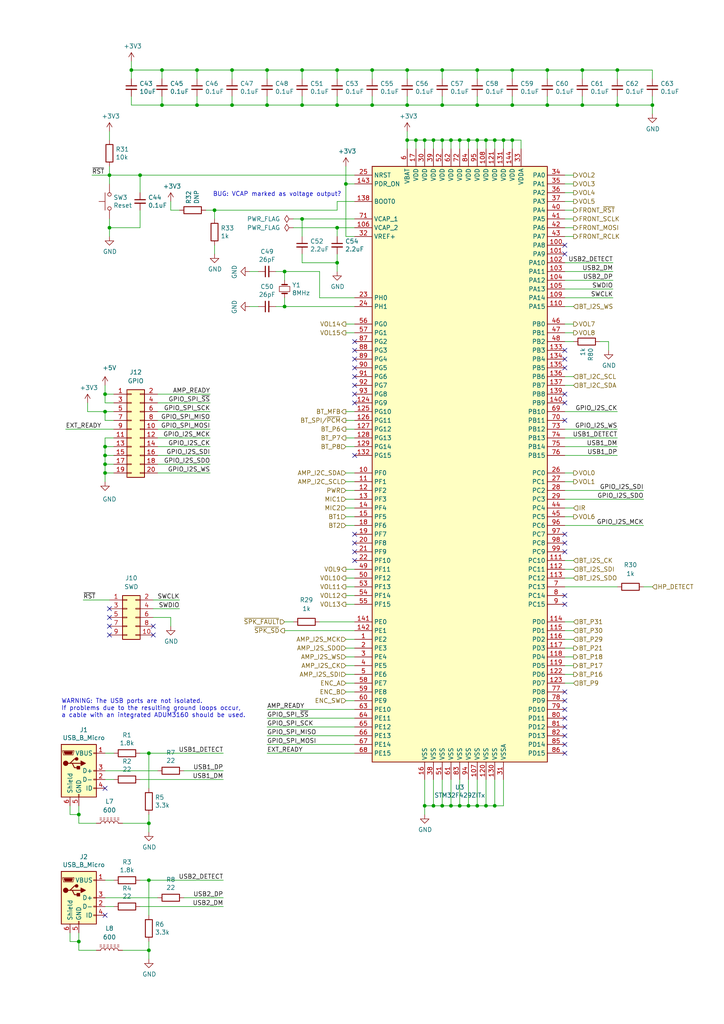
<source format=kicad_sch>
(kicad_sch (version 20201015) (generator eeschema)
  (paper "A4" portrait)
  (junction (at 22.86 236.22) (diameter 0.9144))
  (junction (at 22.86 273.05) (diameter 0.9144))
  (junction (at 30.48 114.3) (diameter 0.9144))
  (junction (at 30.48 119.38) (diameter 0.9144))
  (junction (at 30.48 129.54) (diameter 0.9144))
  (junction (at 30.48 132.08) (diameter 0.9144))
  (junction (at 30.48 134.62) (diameter 0.9144))
  (junction (at 30.48 137.16) (diameter 0.9144))
  (junction (at 31.75 50.8) (diameter 0.9144))
  (junction (at 31.75 66.04) (diameter 0.9144))
  (junction (at 38.1 20.32) (diameter 0.9144))
  (junction (at 40.64 50.8) (diameter 0.9144))
  (junction (at 43.18 218.44) (diameter 0.9144))
  (junction (at 43.18 238.76) (diameter 0.9144))
  (junction (at 43.18 255.27) (diameter 0.9144))
  (junction (at 43.18 275.59) (diameter 0.9144))
  (junction (at 46.99 20.32) (diameter 0.9144))
  (junction (at 46.99 30.48) (diameter 0.9144))
  (junction (at 57.15 20.32) (diameter 0.9144))
  (junction (at 57.15 30.48) (diameter 0.9144))
  (junction (at 62.23 60.96) (diameter 0.9144))
  (junction (at 67.31 20.32) (diameter 0.9144))
  (junction (at 67.31 30.48) (diameter 0.9144))
  (junction (at 77.47 20.32) (diameter 0.9144))
  (junction (at 77.47 30.48) (diameter 0.9144))
  (junction (at 82.55 78.74) (diameter 0.9144))
  (junction (at 82.55 88.9) (diameter 0.9144))
  (junction (at 87.63 20.32) (diameter 0.9144))
  (junction (at 87.63 30.48) (diameter 0.9144))
  (junction (at 87.63 63.5) (diameter 0.9144))
  (junction (at 97.79 20.32) (diameter 0.9144))
  (junction (at 97.79 30.48) (diameter 0.9144))
  (junction (at 97.79 66.04) (diameter 0.9144))
  (junction (at 97.79 76.2) (diameter 0.9144))
  (junction (at 100.33 53.34) (diameter 0.9144))
  (junction (at 107.95 20.32) (diameter 0.9144))
  (junction (at 107.95 30.48) (diameter 0.9144))
  (junction (at 118.11 20.32) (diameter 0.9144))
  (junction (at 118.11 30.48) (diameter 0.9144))
  (junction (at 118.11 40.64) (diameter 0.9144))
  (junction (at 120.65 40.64) (diameter 0.9144))
  (junction (at 123.19 40.64) (diameter 0.9144))
  (junction (at 123.19 233.68) (diameter 0.9144))
  (junction (at 125.73 40.64) (diameter 0.9144))
  (junction (at 125.73 233.68) (diameter 0.9144))
  (junction (at 128.27 20.32) (diameter 0.9144))
  (junction (at 128.27 30.48) (diameter 0.9144))
  (junction (at 128.27 40.64) (diameter 0.9144))
  (junction (at 128.27 233.68) (diameter 0.9144))
  (junction (at 130.81 40.64) (diameter 0.9144))
  (junction (at 130.81 233.68) (diameter 0.9144))
  (junction (at 133.35 40.64) (diameter 0.9144))
  (junction (at 133.35 233.68) (diameter 0.9144))
  (junction (at 135.89 40.64) (diameter 0.9144))
  (junction (at 135.89 233.68) (diameter 0.9144))
  (junction (at 138.43 20.32) (diameter 0.9144))
  (junction (at 138.43 30.48) (diameter 0.9144))
  (junction (at 138.43 40.64) (diameter 0.9144))
  (junction (at 138.43 233.68) (diameter 0.9144))
  (junction (at 140.97 40.64) (diameter 0.9144))
  (junction (at 140.97 233.68) (diameter 0.9144))
  (junction (at 143.51 40.64) (diameter 0.9144))
  (junction (at 143.51 233.68) (diameter 0.9144))
  (junction (at 146.05 40.64) (diameter 0.9144))
  (junction (at 148.59 20.32) (diameter 0.9144))
  (junction (at 148.59 30.48) (diameter 0.9144))
  (junction (at 148.59 40.64) (diameter 0.9144))
  (junction (at 158.75 20.32) (diameter 0.9144))
  (junction (at 158.75 30.48) (diameter 0.9144))
  (junction (at 168.91 20.32) (diameter 0.9144))
  (junction (at 168.91 30.48) (diameter 0.9144))
  (junction (at 179.07 20.32) (diameter 0.9144))
  (junction (at 179.07 30.48) (diameter 0.9144))
  (junction (at 189.23 30.48) (diameter 0.9144))
  (no_connect (at 163.83 210.82))
  (no_connect (at 163.83 106.68))
  (no_connect (at 31.75 179.07))
  (no_connect (at 163.83 175.26))
  (no_connect (at 102.87 99.06))
  (no_connect (at 163.83 172.72))
  (no_connect (at 31.75 184.15))
  (no_connect (at 30.48 228.6))
  (no_connect (at 163.83 71.12))
  (no_connect (at 102.87 109.22))
  (no_connect (at 102.87 116.84))
  (no_connect (at 163.83 116.84))
  (no_connect (at 163.83 208.28))
  (no_connect (at 102.87 114.3))
  (no_connect (at 163.83 215.9))
  (no_connect (at 31.75 181.61))
  (no_connect (at 163.83 121.92))
  (no_connect (at 163.83 200.66))
  (no_connect (at 163.83 160.02))
  (no_connect (at 163.83 157.48))
  (no_connect (at 102.87 162.56))
  (no_connect (at 163.83 154.94))
  (no_connect (at 102.87 106.68))
  (no_connect (at 102.87 101.6))
  (no_connect (at 163.83 218.44))
  (no_connect (at 102.87 160.02))
  (no_connect (at 163.83 104.14))
  (no_connect (at 102.87 104.14))
  (no_connect (at 102.87 132.08))
  (no_connect (at 163.83 114.3))
  (no_connect (at 31.75 176.53))
  (no_connect (at 163.83 101.6))
  (no_connect (at 30.48 265.43))
  (no_connect (at 163.83 213.36))
  (no_connect (at 102.87 157.48))
  (no_connect (at 44.45 184.15))
  (no_connect (at 163.83 73.66))
  (no_connect (at 102.87 154.94))
  (no_connect (at 163.83 205.74))
  (no_connect (at 163.83 203.2))
  (no_connect (at 102.87 111.76))
  (no_connect (at 44.45 181.61))
  (wire (pts (xy 19.05 124.46) (xy 33.02 124.46)))
  (wire (pts (xy 20.32 233.68) (xy 20.32 236.22)))
  (wire (pts (xy 20.32 270.51) (xy 20.32 273.05)))
  (wire (pts (xy 22.86 233.68) (xy 22.86 236.22)))
  (wire (pts (xy 22.86 236.22) (xy 20.32 236.22)))
  (wire (pts (xy 22.86 236.22) (xy 22.86 238.76)))
  (wire (pts (xy 22.86 238.76) (xy 27.94 238.76)))
  (wire (pts (xy 22.86 270.51) (xy 22.86 273.05)))
  (wire (pts (xy 22.86 273.05) (xy 20.32 273.05)))
  (wire (pts (xy 22.86 275.59) (xy 22.86 273.05)))
  (wire (pts (xy 24.13 173.99) (xy 31.75 173.99)))
  (wire (pts (xy 25.4 116.84) (xy 25.4 119.38)))
  (wire (pts (xy 25.4 119.38) (xy 30.48 119.38)))
  (wire (pts (xy 26.67 50.8) (xy 31.75 50.8)))
  (wire (pts (xy 27.94 275.59) (xy 22.86 275.59)))
  (wire (pts (xy 30.48 111.76) (xy 30.48 114.3)))
  (wire (pts (xy 30.48 114.3) (xy 33.02 114.3)))
  (wire (pts (xy 30.48 116.84) (xy 30.48 114.3)))
  (wire (pts (xy 30.48 119.38) (xy 30.48 121.92)))
  (wire (pts (xy 30.48 119.38) (xy 33.02 119.38)))
  (wire (pts (xy 30.48 127) (xy 33.02 127)))
  (wire (pts (xy 30.48 129.54) (xy 30.48 127)))
  (wire (pts (xy 30.48 129.54) (xy 33.02 129.54)))
  (wire (pts (xy 30.48 132.08) (xy 30.48 129.54)))
  (wire (pts (xy 30.48 132.08) (xy 33.02 132.08)))
  (wire (pts (xy 30.48 134.62) (xy 30.48 132.08)))
  (wire (pts (xy 30.48 134.62) (xy 33.02 134.62)))
  (wire (pts (xy 30.48 137.16) (xy 30.48 134.62)))
  (wire (pts (xy 30.48 137.16) (xy 33.02 137.16)))
  (wire (pts (xy 30.48 139.7) (xy 30.48 137.16)))
  (wire (pts (xy 30.48 226.06) (xy 33.02 226.06)))
  (wire (pts (xy 30.48 262.89) (xy 33.02 262.89)))
  (wire (pts (xy 31.75 38.1) (xy 31.75 40.64)))
  (wire (pts (xy 31.75 48.26) (xy 31.75 50.8)))
  (wire (pts (xy 31.75 50.8) (xy 31.75 53.34)))
  (wire (pts (xy 31.75 63.5) (xy 31.75 66.04)))
  (wire (pts (xy 31.75 66.04) (xy 40.64 66.04)))
  (wire (pts (xy 31.75 68.58) (xy 31.75 66.04)))
  (wire (pts (xy 33.02 116.84) (xy 30.48 116.84)))
  (wire (pts (xy 33.02 121.92) (xy 30.48 121.92)))
  (wire (pts (xy 33.02 218.44) (xy 30.48 218.44)))
  (wire (pts (xy 33.02 255.27) (xy 30.48 255.27)))
  (wire (pts (xy 35.56 238.76) (xy 43.18 238.76)))
  (wire (pts (xy 35.56 275.59) (xy 43.18 275.59)))
  (wire (pts (xy 38.1 20.32) (xy 38.1 17.78)))
  (wire (pts (xy 38.1 20.32) (xy 38.1 22.86)))
  (wire (pts (xy 38.1 30.48) (xy 38.1 27.94)))
  (wire (pts (xy 40.64 50.8) (xy 31.75 50.8)))
  (wire (pts (xy 40.64 50.8) (xy 102.87 50.8)))
  (wire (pts (xy 40.64 55.88) (xy 40.64 50.8)))
  (wire (pts (xy 40.64 66.04) (xy 40.64 60.96)))
  (wire (pts (xy 40.64 226.06) (xy 64.77 226.06)))
  (wire (pts (xy 40.64 262.89) (xy 64.77 262.89)))
  (wire (pts (xy 43.18 218.44) (xy 40.64 218.44)))
  (wire (pts (xy 43.18 228.6) (xy 43.18 218.44)))
  (wire (pts (xy 43.18 236.22) (xy 43.18 238.76)))
  (wire (pts (xy 43.18 238.76) (xy 43.18 241.3)))
  (wire (pts (xy 43.18 255.27) (xy 40.64 255.27)))
  (wire (pts (xy 43.18 265.43) (xy 43.18 255.27)))
  (wire (pts (xy 43.18 273.05) (xy 43.18 275.59)))
  (wire (pts (xy 43.18 275.59) (xy 43.18 278.13)))
  (wire (pts (xy 44.45 173.99) (xy 52.07 173.99)))
  (wire (pts (xy 44.45 176.53) (xy 52.07 176.53)))
  (wire (pts (xy 45.72 114.3) (xy 60.96 114.3)))
  (wire (pts (xy 45.72 116.84) (xy 60.96 116.84)))
  (wire (pts (xy 45.72 119.38) (xy 60.96 119.38)))
  (wire (pts (xy 45.72 121.92) (xy 60.96 121.92)))
  (wire (pts (xy 45.72 124.46) (xy 60.96 124.46)))
  (wire (pts (xy 45.72 127) (xy 60.96 127)))
  (wire (pts (xy 45.72 129.54) (xy 60.96 129.54)))
  (wire (pts (xy 45.72 132.08) (xy 60.96 132.08)))
  (wire (pts (xy 45.72 134.62) (xy 60.96 134.62)))
  (wire (pts (xy 45.72 137.16) (xy 60.96 137.16)))
  (wire (pts (xy 45.72 223.52) (xy 30.48 223.52)))
  (wire (pts (xy 45.72 260.35) (xy 30.48 260.35)))
  (wire (pts (xy 46.99 20.32) (xy 38.1 20.32)))
  (wire (pts (xy 46.99 20.32) (xy 46.99 22.86)))
  (wire (pts (xy 46.99 20.32) (xy 57.15 20.32)))
  (wire (pts (xy 46.99 30.48) (xy 38.1 30.48)))
  (wire (pts (xy 46.99 30.48) (xy 46.99 27.94)))
  (wire (pts (xy 49.53 60.96) (xy 49.53 58.42)))
  (wire (pts (xy 49.53 179.07) (xy 44.45 179.07)))
  (wire (pts (xy 49.53 181.61) (xy 49.53 179.07)))
  (wire (pts (xy 52.07 60.96) (xy 49.53 60.96)))
  (wire (pts (xy 53.34 223.52) (xy 64.77 223.52)))
  (wire (pts (xy 53.34 260.35) (xy 64.77 260.35)))
  (wire (pts (xy 57.15 20.32) (xy 57.15 22.86)))
  (wire (pts (xy 57.15 20.32) (xy 67.31 20.32)))
  (wire (pts (xy 57.15 27.94) (xy 57.15 30.48)))
  (wire (pts (xy 57.15 30.48) (xy 46.99 30.48)))
  (wire (pts (xy 62.23 60.96) (xy 59.69 60.96)))
  (wire (pts (xy 62.23 60.96) (xy 62.23 63.5)))
  (wire (pts (xy 62.23 71.12) (xy 62.23 73.66)))
  (wire (pts (xy 64.77 218.44) (xy 43.18 218.44)))
  (wire (pts (xy 64.77 255.27) (xy 43.18 255.27)))
  (wire (pts (xy 67.31 20.32) (xy 67.31 22.86)))
  (wire (pts (xy 67.31 20.32) (xy 77.47 20.32)))
  (wire (pts (xy 67.31 27.94) (xy 67.31 30.48)))
  (wire (pts (xy 67.31 30.48) (xy 57.15 30.48)))
  (wire (pts (xy 72.39 78.74) (xy 74.93 78.74)))
  (wire (pts (xy 72.39 88.9) (xy 74.93 88.9)))
  (wire (pts (xy 77.47 20.32) (xy 77.47 22.86)))
  (wire (pts (xy 77.47 20.32) (xy 87.63 20.32)))
  (wire (pts (xy 77.47 27.94) (xy 77.47 30.48)))
  (wire (pts (xy 77.47 30.48) (xy 67.31 30.48)))
  (wire (pts (xy 77.47 218.44) (xy 102.87 218.44)))
  (wire (pts (xy 80.01 78.74) (xy 82.55 78.74)))
  (wire (pts (xy 80.01 88.9) (xy 82.55 88.9)))
  (wire (pts (xy 82.55 78.74) (xy 82.55 81.28)))
  (wire (pts (xy 82.55 86.36) (xy 82.55 88.9)))
  (wire (pts (xy 82.55 88.9) (xy 102.87 88.9)))
  (wire (pts (xy 82.55 180.34) (xy 85.09 180.34)))
  (wire (pts (xy 82.55 182.88) (xy 102.87 182.88)))
  (wire (pts (xy 85.09 63.5) (xy 87.63 63.5)))
  (wire (pts (xy 85.09 66.04) (xy 97.79 66.04)))
  (wire (pts (xy 87.63 20.32) (xy 87.63 22.86)))
  (wire (pts (xy 87.63 20.32) (xy 97.79 20.32)))
  (wire (pts (xy 87.63 27.94) (xy 87.63 30.48)))
  (wire (pts (xy 87.63 30.48) (xy 77.47 30.48)))
  (wire (pts (xy 87.63 63.5) (xy 87.63 68.58)))
  (wire (pts (xy 87.63 76.2) (xy 87.63 73.66)))
  (wire (pts (xy 92.71 78.74) (xy 82.55 78.74)))
  (wire (pts (xy 92.71 86.36) (xy 92.71 78.74)))
  (wire (pts (xy 92.71 180.34) (xy 102.87 180.34)))
  (wire (pts (xy 97.79 20.32) (xy 97.79 22.86)))
  (wire (pts (xy 97.79 20.32) (xy 107.95 20.32)))
  (wire (pts (xy 97.79 27.94) (xy 97.79 30.48)))
  (wire (pts (xy 97.79 30.48) (xy 87.63 30.48)))
  (wire (pts (xy 97.79 58.42) (xy 97.79 60.96)))
  (wire (pts (xy 97.79 60.96) (xy 62.23 60.96)))
  (wire (pts (xy 97.79 66.04) (xy 97.79 68.58)))
  (wire (pts (xy 97.79 73.66) (xy 97.79 76.2)))
  (wire (pts (xy 97.79 76.2) (xy 87.63 76.2)))
  (wire (pts (xy 97.79 76.2) (xy 97.79 78.74)))
  (wire (pts (xy 100.33 48.26) (xy 100.33 53.34)))
  (wire (pts (xy 100.33 53.34) (xy 100.33 68.58)))
  (wire (pts (xy 100.33 53.34) (xy 102.87 53.34)))
  (wire (pts (xy 100.33 68.58) (xy 102.87 68.58)))
  (wire (pts (xy 100.33 93.98) (xy 102.87 93.98)))
  (wire (pts (xy 100.33 96.52) (xy 102.87 96.52)))
  (wire (pts (xy 100.33 119.38) (xy 102.87 119.38)))
  (wire (pts (xy 100.33 121.92) (xy 102.87 121.92)))
  (wire (pts (xy 100.33 124.46) (xy 102.87 124.46)))
  (wire (pts (xy 100.33 127) (xy 102.87 127)))
  (wire (pts (xy 100.33 129.54) (xy 102.87 129.54)))
  (wire (pts (xy 100.33 139.7) (xy 102.87 139.7)))
  (wire (pts (xy 100.33 165.1) (xy 102.87 165.1)))
  (wire (pts (xy 100.33 167.64) (xy 102.87 167.64)))
  (wire (pts (xy 100.33 170.18) (xy 102.87 170.18)))
  (wire (pts (xy 100.33 172.72) (xy 102.87 172.72)))
  (wire (pts (xy 100.33 175.26) (xy 102.87 175.26)))
  (wire (pts (xy 100.33 185.42) (xy 102.87 185.42)))
  (wire (pts (xy 100.33 190.5) (xy 102.87 190.5)))
  (wire (pts (xy 100.33 195.58) (xy 102.87 195.58)))
  (wire (pts (xy 102.87 58.42) (xy 97.79 58.42)))
  (wire (pts (xy 102.87 63.5) (xy 87.63 63.5)))
  (wire (pts (xy 102.87 66.04) (xy 97.79 66.04)))
  (wire (pts (xy 102.87 86.36) (xy 92.71 86.36)))
  (wire (pts (xy 102.87 137.16) (xy 100.33 137.16)))
  (wire (pts (xy 102.87 142.24) (xy 100.33 142.24)))
  (wire (pts (xy 102.87 144.78) (xy 100.33 144.78)))
  (wire (pts (xy 102.87 147.32) (xy 100.33 147.32)))
  (wire (pts (xy 102.87 149.86) (xy 100.33 149.86)))
  (wire (pts (xy 102.87 152.4) (xy 100.33 152.4)))
  (wire (pts (xy 102.87 187.96) (xy 100.33 187.96)))
  (wire (pts (xy 102.87 193.04) (xy 100.33 193.04)))
  (wire (pts (xy 102.87 198.12) (xy 100.33 198.12)))
  (wire (pts (xy 102.87 200.66) (xy 100.33 200.66)))
  (wire (pts (xy 102.87 203.2) (xy 100.33 203.2)))
  (wire (pts (xy 102.87 205.74) (xy 77.47 205.74)))
  (wire (pts (xy 102.87 208.28) (xy 77.47 208.28)))
  (wire (pts (xy 102.87 210.82) (xy 77.47 210.82)))
  (wire (pts (xy 102.87 213.36) (xy 77.47 213.36)))
  (wire (pts (xy 102.87 215.9) (xy 77.47 215.9)))
  (wire (pts (xy 107.95 20.32) (xy 107.95 22.86)))
  (wire (pts (xy 107.95 20.32) (xy 118.11 20.32)))
  (wire (pts (xy 107.95 27.94) (xy 107.95 30.48)))
  (wire (pts (xy 107.95 30.48) (xy 97.79 30.48)))
  (wire (pts (xy 118.11 20.32) (xy 118.11 22.86)))
  (wire (pts (xy 118.11 20.32) (xy 128.27 20.32)))
  (wire (pts (xy 118.11 27.94) (xy 118.11 30.48)))
  (wire (pts (xy 118.11 30.48) (xy 107.95 30.48)))
  (wire (pts (xy 118.11 38.1) (xy 118.11 40.64)))
  (wire (pts (xy 118.11 40.64) (xy 118.11 43.18)))
  (wire (pts (xy 120.65 40.64) (xy 118.11 40.64)))
  (wire (pts (xy 120.65 43.18) (xy 120.65 40.64)))
  (wire (pts (xy 123.19 40.64) (xy 120.65 40.64)))
  (wire (pts (xy 123.19 43.18) (xy 123.19 40.64)))
  (wire (pts (xy 123.19 226.06) (xy 123.19 233.68)))
  (wire (pts (xy 123.19 233.68) (xy 123.19 236.22)))
  (wire (pts (xy 123.19 233.68) (xy 125.73 233.68)))
  (wire (pts (xy 125.73 40.64) (xy 123.19 40.64)))
  (wire (pts (xy 125.73 43.18) (xy 125.73 40.64)))
  (wire (pts (xy 125.73 226.06) (xy 125.73 233.68)))
  (wire (pts (xy 125.73 233.68) (xy 128.27 233.68)))
  (wire (pts (xy 128.27 20.32) (xy 128.27 22.86)))
  (wire (pts (xy 128.27 20.32) (xy 138.43 20.32)))
  (wire (pts (xy 128.27 27.94) (xy 128.27 30.48)))
  (wire (pts (xy 128.27 30.48) (xy 118.11 30.48)))
  (wire (pts (xy 128.27 40.64) (xy 125.73 40.64)))
  (wire (pts (xy 128.27 43.18) (xy 128.27 40.64)))
  (wire (pts (xy 128.27 226.06) (xy 128.27 233.68)))
  (wire (pts (xy 128.27 233.68) (xy 130.81 233.68)))
  (wire (pts (xy 130.81 40.64) (xy 128.27 40.64)))
  (wire (pts (xy 130.81 43.18) (xy 130.81 40.64)))
  (wire (pts (xy 130.81 226.06) (xy 130.81 233.68)))
  (wire (pts (xy 130.81 233.68) (xy 133.35 233.68)))
  (wire (pts (xy 133.35 40.64) (xy 130.81 40.64)))
  (wire (pts (xy 133.35 43.18) (xy 133.35 40.64)))
  (wire (pts (xy 133.35 226.06) (xy 133.35 233.68)))
  (wire (pts (xy 133.35 233.68) (xy 135.89 233.68)))
  (wire (pts (xy 135.89 40.64) (xy 133.35 40.64)))
  (wire (pts (xy 135.89 43.18) (xy 135.89 40.64)))
  (wire (pts (xy 135.89 226.06) (xy 135.89 233.68)))
  (wire (pts (xy 135.89 233.68) (xy 138.43 233.68)))
  (wire (pts (xy 138.43 20.32) (xy 138.43 22.86)))
  (wire (pts (xy 138.43 20.32) (xy 148.59 20.32)))
  (wire (pts (xy 138.43 27.94) (xy 138.43 30.48)))
  (wire (pts (xy 138.43 30.48) (xy 128.27 30.48)))
  (wire (pts (xy 138.43 40.64) (xy 135.89 40.64)))
  (wire (pts (xy 138.43 43.18) (xy 138.43 40.64)))
  (wire (pts (xy 138.43 226.06) (xy 138.43 233.68)))
  (wire (pts (xy 138.43 233.68) (xy 140.97 233.68)))
  (wire (pts (xy 140.97 40.64) (xy 138.43 40.64)))
  (wire (pts (xy 140.97 43.18) (xy 140.97 40.64)))
  (wire (pts (xy 140.97 233.68) (xy 140.97 226.06)))
  (wire (pts (xy 140.97 233.68) (xy 143.51 233.68)))
  (wire (pts (xy 143.51 40.64) (xy 140.97 40.64)))
  (wire (pts (xy 143.51 43.18) (xy 143.51 40.64)))
  (wire (pts (xy 143.51 226.06) (xy 143.51 233.68)))
  (wire (pts (xy 143.51 233.68) (xy 146.05 233.68)))
  (wire (pts (xy 146.05 40.64) (xy 143.51 40.64)))
  (wire (pts (xy 146.05 43.18) (xy 146.05 40.64)))
  (wire (pts (xy 146.05 233.68) (xy 146.05 226.06)))
  (wire (pts (xy 148.59 20.32) (xy 148.59 22.86)))
  (wire (pts (xy 148.59 20.32) (xy 158.75 20.32)))
  (wire (pts (xy 148.59 27.94) (xy 148.59 30.48)))
  (wire (pts (xy 148.59 30.48) (xy 138.43 30.48)))
  (wire (pts (xy 148.59 40.64) (xy 146.05 40.64)))
  (wire (pts (xy 148.59 43.18) (xy 148.59 40.64)))
  (wire (pts (xy 151.13 40.64) (xy 148.59 40.64)))
  (wire (pts (xy 151.13 43.18) (xy 151.13 40.64)))
  (wire (pts (xy 158.75 20.32) (xy 158.75 22.86)))
  (wire (pts (xy 158.75 20.32) (xy 168.91 20.32)))
  (wire (pts (xy 158.75 27.94) (xy 158.75 30.48)))
  (wire (pts (xy 158.75 30.48) (xy 148.59 30.48)))
  (wire (pts (xy 163.83 58.42) (xy 166.37 58.42)))
  (wire (pts (xy 163.83 83.82) (xy 177.8 83.82)))
  (wire (pts (xy 163.83 86.36) (xy 177.8 86.36)))
  (wire (pts (xy 163.83 93.98) (xy 166.37 93.98)))
  (wire (pts (xy 163.83 99.06) (xy 166.37 99.06)))
  (wire (pts (xy 163.83 111.76) (xy 166.37 111.76)))
  (wire (pts (xy 163.83 119.38) (xy 179.07 119.38)))
  (wire (pts (xy 163.83 124.46) (xy 179.07 124.46)))
  (wire (pts (xy 163.83 142.24) (xy 186.69 142.24)))
  (wire (pts (xy 163.83 144.78) (xy 186.69 144.78)))
  (wire (pts (xy 163.83 149.86) (xy 166.37 149.86)))
  (wire (pts (xy 163.83 152.4) (xy 186.69 152.4)))
  (wire (pts (xy 163.83 165.1) (xy 166.37 165.1)))
  (wire (pts (xy 163.83 180.34) (xy 166.37 180.34)))
  (wire (pts (xy 163.83 182.88) (xy 166.37 182.88)))
  (wire (pts (xy 163.83 185.42) (xy 166.37 185.42)))
  (wire (pts (xy 163.83 187.96) (xy 166.37 187.96)))
  (wire (pts (xy 163.83 190.5) (xy 166.37 190.5)))
  (wire (pts (xy 163.83 193.04) (xy 166.37 193.04)))
  (wire (pts (xy 163.83 195.58) (xy 166.37 195.58)))
  (wire (pts (xy 163.83 198.12) (xy 166.37 198.12)))
  (wire (pts (xy 166.37 50.8) (xy 163.83 50.8)))
  (wire (pts (xy 166.37 53.34) (xy 163.83 53.34)))
  (wire (pts (xy 166.37 55.88) (xy 163.83 55.88)))
  (wire (pts (xy 166.37 60.96) (xy 163.83 60.96)))
  (wire (pts (xy 166.37 63.5) (xy 163.83 63.5)))
  (wire (pts (xy 166.37 66.04) (xy 163.83 66.04)))
  (wire (pts (xy 166.37 68.58) (xy 163.83 68.58)))
  (wire (pts (xy 166.37 88.9) (xy 163.83 88.9)))
  (wire (pts (xy 166.37 96.52) (xy 163.83 96.52)))
  (wire (pts (xy 166.37 109.22) (xy 163.83 109.22)))
  (wire (pts (xy 166.37 137.16) (xy 163.83 137.16)))
  (wire (pts (xy 166.37 139.7) (xy 163.83 139.7)))
  (wire (pts (xy 166.37 147.32) (xy 163.83 147.32)))
  (wire (pts (xy 166.37 162.56) (xy 163.83 162.56)))
  (wire (pts (xy 166.37 167.64) (xy 163.83 167.64)))
  (wire (pts (xy 168.91 20.32) (xy 168.91 22.86)))
  (wire (pts (xy 168.91 20.32) (xy 179.07 20.32)))
  (wire (pts (xy 168.91 27.94) (xy 168.91 30.48)))
  (wire (pts (xy 168.91 30.48) (xy 158.75 30.48)))
  (wire (pts (xy 176.53 99.06) (xy 173.99 99.06)))
  (wire (pts (xy 176.53 101.6) (xy 176.53 99.06)))
  (wire (pts (xy 177.8 76.2) (xy 163.83 76.2)))
  (wire (pts (xy 177.8 78.74) (xy 163.83 78.74)))
  (wire (pts (xy 177.8 81.28) (xy 163.83 81.28)))
  (wire (pts (xy 179.07 20.32) (xy 179.07 22.86)))
  (wire (pts (xy 179.07 20.32) (xy 189.23 20.32)))
  (wire (pts (xy 179.07 27.94) (xy 179.07 30.48)))
  (wire (pts (xy 179.07 30.48) (xy 168.91 30.48)))
  (wire (pts (xy 179.07 127) (xy 163.83 127)))
  (wire (pts (xy 179.07 129.54) (xy 163.83 129.54)))
  (wire (pts (xy 179.07 132.08) (xy 163.83 132.08)))
  (wire (pts (xy 179.07 170.18) (xy 163.83 170.18)))
  (wire (pts (xy 189.23 20.32) (xy 189.23 22.86)))
  (wire (pts (xy 189.23 27.94) (xy 189.23 30.48)))
  (wire (pts (xy 189.23 30.48) (xy 179.07 30.48)))
  (wire (pts (xy 189.23 30.48) (xy 189.23 33.02)))
  (wire (pts (xy 189.23 170.18) (xy 186.69 170.18)))
  (text "WARNING: The USB ports are not isolated.\nIf problems due to the resulting ground loops occur,\na cable with an integrated ADUM3160 should be used." (at 17.78 208.28 0) (effects (font (size 1.27 1.27)) (justify left bottom)))
  (text "BUG: VCAP marked as voltage output?" (at 99.06 57.15 180) (effects (font (size 1.27 1.27)) (justify right bottom)))
  (label "EXT_READY" (at 19.05 124.46 0))
  (label "~RST" (at 24.13 173.99 0))
  (label "~RST" (at 26.67 50.8 0))
  (label "SWCLK" (at 52.07 173.99 180))
  (label "SWDIO" (at 52.07 176.53 180))
  (label "AMP_READY" (at 60.96 114.3 180))
  (label "GPIO_SPI_~SS" (at 60.96 116.84 180))
  (label "GPIO_SPI_SCK" (at 60.96 119.38 180))
  (label "GPIO_SPI_MISO" (at 60.96 121.92 180))
  (label "GPIO_SPI_MOSI" (at 60.96 124.46 180))
  (label "GPIO_I2S_MCK" (at 60.96 127 180))
  (label "GPIO_I2S_CK" (at 60.96 129.54 180))
  (label "GPIO_I2S_SDI" (at 60.96 132.08 180))
  (label "GPIO_I2S_SDO" (at 60.96 134.62 180))
  (label "GPIO_I2S_WS" (at 60.96 137.16 180))
  (label "USB1_DETECT" (at 64.77 218.44 180))
  (label "USB1_DP" (at 64.77 223.52 180))
  (label "USB1_DM" (at 64.77 226.06 180))
  (label "USB2_DETECT" (at 64.77 255.27 180))
  (label "USB2_DP" (at 64.77 260.35 180))
  (label "USB2_DM" (at 64.77 262.89 180))
  (label "AMP_READY" (at 77.47 205.74 0))
  (label "GPIO_SPI_~SS" (at 77.47 208.28 0))
  (label "GPIO_SPI_SCK" (at 77.47 210.82 0))
  (label "GPIO_SPI_MISO" (at 77.47 213.36 0))
  (label "GPIO_SPI_MOSI" (at 77.47 215.9 0))
  (label "EXT_READY" (at 77.47 218.44 0))
  (label "USB2_DETECT" (at 177.8 76.2 180))
  (label "USB2_DM" (at 177.8 78.74 180))
  (label "USB2_DP" (at 177.8 81.28 180))
  (label "SWDIO" (at 177.8 83.82 180))
  (label "SWCLK" (at 177.8 86.36 180))
  (label "GPIO_I2S_CK" (at 179.07 119.38 180))
  (label "GPIO_I2S_WS" (at 179.07 124.46 180))
  (label "USB1_DETECT" (at 179.07 127 180))
  (label "USB1_DM" (at 179.07 129.54 180))
  (label "USB1_DP" (at 179.07 132.08 180))
  (label "GPIO_I2S_SDI" (at 186.69 142.24 180))
  (label "GPIO_I2S_SDO" (at 186.69 144.78 180))
  (label "GPIO_I2S_MCK" (at 186.69 152.4 180))
  (hierarchical_label "~SPK_FAULT" (shape input) (at 82.55 180.34 180))
  (hierarchical_label "~SPK_SD" (shape output) (at 82.55 182.88 180))
  (hierarchical_label "VOL14" (shape output) (at 100.33 93.98 180))
  (hierarchical_label "VOL15" (shape output) (at 100.33 96.52 180))
  (hierarchical_label "BT_MFB" (shape output) (at 100.33 119.38 180))
  (hierarchical_label "BT_SPI{slash}~PCM" (shape output) (at 100.33 121.92 180))
  (hierarchical_label "BT_P6" (shape output) (at 100.33 124.46 180))
  (hierarchical_label "BT_P7" (shape output) (at 100.33 127 180))
  (hierarchical_label "BT_P8" (shape input) (at 100.33 129.54 180))
  (hierarchical_label "AMP_I2C_SDA" (shape input) (at 100.33 137.16 180))
  (hierarchical_label "AMP_I2C_SCL" (shape input) (at 100.33 139.7 180))
  (hierarchical_label "PWR" (shape input) (at 100.33 142.24 180))
  (hierarchical_label "MIC1" (shape input) (at 100.33 144.78 180))
  (hierarchical_label "MIC2" (shape input) (at 100.33 147.32 180))
  (hierarchical_label "BT1" (shape input) (at 100.33 149.86 180))
  (hierarchical_label "BT2" (shape input) (at 100.33 152.4 180))
  (hierarchical_label "VOL9" (shape output) (at 100.33 165.1 180))
  (hierarchical_label "VOL10" (shape output) (at 100.33 167.64 180))
  (hierarchical_label "VOL11" (shape output) (at 100.33 170.18 180))
  (hierarchical_label "VOL12" (shape output) (at 100.33 172.72 180))
  (hierarchical_label "VOL13" (shape output) (at 100.33 175.26 180))
  (hierarchical_label "AMP_I2S_MCK" (shape input) (at 100.33 185.42 180))
  (hierarchical_label "AMP_I2S_SDO" (shape input) (at 100.33 187.96 180))
  (hierarchical_label "AMP_I2S_WS" (shape input) (at 100.33 190.5 180))
  (hierarchical_label "AMP_I2S_CK" (shape input) (at 100.33 193.04 180))
  (hierarchical_label "AMP_I2S_SDI" (shape input) (at 100.33 195.58 180))
  (hierarchical_label "ENC_A" (shape input) (at 100.33 198.12 180))
  (hierarchical_label "ENC_B" (shape input) (at 100.33 200.66 180))
  (hierarchical_label "ENC_SW" (shape input) (at 100.33 203.2 180))
  (hierarchical_label "VOL2" (shape output) (at 166.37 50.8 0))
  (hierarchical_label "VOL3" (shape output) (at 166.37 53.34 0))
  (hierarchical_label "VOL4" (shape output) (at 166.37 55.88 0))
  (hierarchical_label "VOL5" (shape output) (at 166.37 58.42 0))
  (hierarchical_label "FRONT_~RST" (shape output) (at 166.37 60.96 0))
  (hierarchical_label "FRONT_SCLK" (shape output) (at 166.37 63.5 0))
  (hierarchical_label "FRONT_MOSI" (shape output) (at 166.37 66.04 0))
  (hierarchical_label "FRONT_RCLK" (shape output) (at 166.37 68.58 0))
  (hierarchical_label "BT_I2S_WS" (shape input) (at 166.37 88.9 0))
  (hierarchical_label "VOL7" (shape output) (at 166.37 93.98 0))
  (hierarchical_label "VOL8" (shape output) (at 166.37 96.52 0))
  (hierarchical_label "BT_I2C_SCL" (shape input) (at 166.37 109.22 0))
  (hierarchical_label "BT_I2C_SDA" (shape input) (at 166.37 111.76 0))
  (hierarchical_label "VOL0" (shape output) (at 166.37 137.16 0))
  (hierarchical_label "VOL1" (shape output) (at 166.37 139.7 0))
  (hierarchical_label "IR" (shape input) (at 166.37 147.32 0))
  (hierarchical_label "VOL6" (shape output) (at 166.37 149.86 0))
  (hierarchical_label "BT_I2S_CK" (shape input) (at 166.37 162.56 0))
  (hierarchical_label "BT_I2S_SDI" (shape input) (at 166.37 165.1 0))
  (hierarchical_label "BT_I2S_SDO" (shape input) (at 166.37 167.64 0))
  (hierarchical_label "BT_P31" (shape input) (at 166.37 180.34 0))
  (hierarchical_label "BT_P30" (shape input) (at 166.37 182.88 0))
  (hierarchical_label "BT_P29" (shape input) (at 166.37 185.42 0))
  (hierarchical_label "BT_P21" (shape output) (at 166.37 187.96 0))
  (hierarchical_label "BT_P18" (shape output) (at 166.37 190.5 0))
  (hierarchical_label "BT_P17" (shape output) (at 166.37 193.04 0))
  (hierarchical_label "BT_P16" (shape output) (at 166.37 195.58 0))
  (hierarchical_label "BT_P9" (shape input) (at 166.37 198.12 0))
  (hierarchical_label "HP_DETECT" (shape input) (at 189.23 170.18 0))
  (symbol (lib_id "power:PWR_FLAG") (at 85.09 63.5 90) (unit 1)
    (property "Reference" "#FLG0102" (effects hide))
    (property "Value" "PWR_FLAG" (at 81.28 63.5 90) (effects (justify left)))
  )
  (symbol (lib_id "power:PWR_FLAG") (at 85.09 66.04 90) (unit 1)
    (property "Reference" "#FLG0105" (effects hide))
    (property "Value" "PWR_FLAG" (at 81.28 66.04 90) (effects (justify left)))
  )
  (symbol (lib_id "power:+3.3V") (at 25.4 116.84 0) (unit 1)
    (property "Reference" "#PWR0232" (effects hide))
    (property "Value" "+3.3V" (at 25.781 112.4458 0))
  )
  (symbol (lib_id "power:+5V") (at 30.48 111.76 0) (unit 1)
    (property "Reference" "#PWR0231" (effects hide))
    (property "Value" "+5V" (at 31.75 106.68 0))
  )
  (symbol (lib_id "power:+3.3V") (at 31.75 38.1 0) (unit 1)
    (property "Reference" "#PWR0170" (effects hide))
    (property "Value" "+3.3V" (at 32.131 33.7058 0))
  )
  (symbol (lib_id "power:+3.3V") (at 38.1 17.78 0) (unit 1)
    (property "Reference" "#PWR0169" (effects hide))
    (property "Value" "+3.3V" (at 38.481 13.3858 0))
  )
  (symbol (lib_id "power:+3.3V") (at 49.53 58.42 0) (unit 1)
    (property "Reference" "#PWR0171" (effects hide))
    (property "Value" "+3.3V" (at 49.911 54.0258 0))
  )
  (symbol (lib_id "power:+3.3V") (at 100.33 48.26 0) (unit 1)
    (property "Reference" "#PWR0166" (effects hide))
    (property "Value" "+3.3V" (at 100.711 43.8658 0))
  )
  (symbol (lib_id "power:+3.3V") (at 118.11 38.1 0) (unit 1)
    (property "Reference" "#PWR0102" (effects hide))
    (property "Value" "+3.3V" (at 118.491 33.7058 0))
  )
  (symbol (lib_id "power:GND") (at 30.48 139.7 0) (unit 1)
    (property "Reference" "#PWR0230" (effects hide))
    (property "Value" "GND" (at 31.75 144.78 0))
  )
  (symbol (lib_id "power:GND") (at 31.75 68.58 0) (unit 1)
    (property "Reference" "#PWR0172" (effects hide))
    (property "Value" "GND" (at 31.877 72.9742 0))
  )
  (symbol (lib_id "power:GND") (at 43.18 241.3 0) (unit 1)
    (property "Reference" "#PWR0104" (effects hide))
    (property "Value" "GND" (at 43.307 245.6942 0))
  )
  (symbol (lib_id "power:GND") (at 43.18 278.13 0) (unit 1)
    (property "Reference" "#PWR0106" (effects hide))
    (property "Value" "GND" (at 43.307 282.5242 0))
  )
  (symbol (lib_id "power:GND") (at 49.53 181.61 0) (unit 1)
    (property "Reference" "#PWR0173" (effects hide))
    (property "Value" "GND" (at 49.657 186.0042 0))
  )
  (symbol (lib_id "power:GND") (at 62.23 73.66 0) (unit 1)
    (property "Reference" "#PWR0167" (effects hide))
    (property "Value" "GND" (at 62.357 78.0542 0))
  )
  (symbol (lib_id "power:GND") (at 72.39 78.74 270) (unit 1)
    (property "Reference" "#PWR0164" (effects hide))
    (property "Value" "GND" (at 67.9958 78.867 0))
  )
  (symbol (lib_id "power:GND") (at 72.39 88.9 270) (unit 1)
    (property "Reference" "#PWR0165" (effects hide))
    (property "Value" "GND" (at 67.9958 89.027 0))
  )
  (symbol (lib_id "power:GND") (at 97.79 78.74 0) (unit 1)
    (property "Reference" "#PWR0163" (effects hide))
    (property "Value" "GND" (at 97.917 83.1342 0))
  )
  (symbol (lib_id "power:GND") (at 123.19 236.22 0) (unit 1)
    (property "Reference" "#PWR0101" (effects hide))
    (property "Value" "GND" (at 123.317 240.6142 0))
  )
  (symbol (lib_id "power:GND") (at 176.53 101.6 0) (unit 1)
    (property "Reference" "#PWR0233" (effects hide))
    (property "Value" "GND" (at 176.657 105.9942 0))
  )
  (symbol (lib_id "power:GND") (at 189.23 33.02 0) (unit 1)
    (property "Reference" "#PWR0168" (effects hide))
    (property "Value" "GND" (at 189.357 37.4142 0))
  )
  (symbol (lib_id "Device:L_Ferrite") (at 31.75 238.76 90) (unit 1)
    (property "Reference" "L7" (at 31.75 232.41 90))
    (property "Value" "600" (at 31.75 234.95 90))
    (property "Footprint" "Inductor_SMD:L_0603_1608Metric" (effects hide))
  )
  (symbol (lib_id "Device:L_Ferrite") (at 31.75 275.59 90) (unit 1)
    (property "Reference" "L8" (at 31.75 269.24 90))
    (property "Value" "600" (at 31.75 271.78 90))
    (property "Footprint" "Inductor_SMD:L_0603_1608Metric" (effects hide))
  )
  (symbol (lib_id "Device:Crystal_Small") (at 82.55 83.82 90) (unit 1)
    (property "Reference" "Y1" (at 84.7091 82.6706 90) (effects (justify right)))
    (property "Value" "8MHz" (at 84.709 84.969 90) (effects (justify right)))
    (property "Footprint" "Crystal:Crystal_SMD_HC49-SD" (effects hide))
  )
  (symbol (lib_id "Device:R") (at 31.75 44.45 0) (unit 1)
    (property "Reference" "R31" (at 33.5281 43.3006 0) (effects (justify left)))
    (property "Value" "10k" (at 33.528 45.599 0) (effects (justify left)))
    (property "Footprint" "Resistor_SMD:R_0603_1608Metric" (effects hide))
  )
  (symbol (lib_id "Device:R") (at 36.83 218.44 270) (unit 1)
    (property "Reference" "R1" (at 36.83 213.1822 90))
    (property "Value" "1.8k" (at 36.83 215.4936 90))
    (property "Footprint" "Resistor_SMD:R_0603_1608Metric" (effects hide))
  )
  (symbol (lib_id "Device:R") (at 36.83 226.06 270) (unit 1)
    (property "Reference" "R2" (at 36.83 220.8022 90))
    (property "Value" "22" (at 36.83 223.1136 90))
    (property "Footprint" "Resistor_SMD:R_0603_1608Metric" (effects hide))
  )
  (symbol (lib_id "Device:R") (at 36.83 255.27 270) (unit 1)
    (property "Reference" "R3" (at 36.83 250.0122 90))
    (property "Value" "1.8k" (at 36.83 252.3236 90))
    (property "Footprint" "Resistor_SMD:R_0603_1608Metric" (effects hide))
  )
  (symbol (lib_id "Device:R") (at 36.83 262.89 270) (unit 1)
    (property "Reference" "R4" (at 36.83 257.6322 90))
    (property "Value" "22" (at 36.83 259.9436 90))
    (property "Footprint" "Resistor_SMD:R_0603_1608Metric" (effects hide))
  )
  (symbol (lib_id "Device:R") (at 43.18 232.41 0) (unit 1)
    (property "Reference" "R5" (at 44.958 231.2416 0) (effects (justify left)))
    (property "Value" "3.3k" (at 44.958 233.553 0) (effects (justify left)))
    (property "Footprint" "Resistor_SMD:R_0603_1608Metric" (effects hide))
  )
  (symbol (lib_id "Device:R") (at 43.18 269.24 0) (unit 1)
    (property "Reference" "R6" (at 44.958 268.0716 0) (effects (justify left)))
    (property "Value" "3.3k" (at 44.958 270.383 0) (effects (justify left)))
    (property "Footprint" "Resistor_SMD:R_0603_1608Metric" (effects hide))
  )
  (symbol (lib_id "Device:R") (at 49.53 223.52 270) (unit 1)
    (property "Reference" "R7" (at 49.53 218.2622 90))
    (property "Value" "22" (at 49.53 220.5736 90))
    (property "Footprint" "Resistor_SMD:R_0603_1608Metric" (effects hide))
  )
  (symbol (lib_id "Device:R") (at 49.53 260.35 270) (unit 1)
    (property "Reference" "R8" (at 49.53 255.0922 90))
    (property "Value" "22" (at 49.53 257.4036 90))
    (property "Footprint" "Resistor_SMD:R_0603_1608Metric" (effects hide))
  )
  (symbol (lib_id "Device:R") (at 55.88 60.96 90) (unit 1)
    (property "Reference" "R32" (at 54.7306 59.1819 0) (effects (justify left)))
    (property "Value" "DNP" (at 57.029 59.182 0) (effects (justify left)))
    (property "Footprint" "Resistor_SMD:R_0603_1608Metric" (effects hide))
  )
  (symbol (lib_id "Device:R") (at 62.23 67.31 0) (unit 1)
    (property "Reference" "R33" (at 64.0081 66.1606 0) (effects (justify left)))
    (property "Value" "1k" (at 64.008 68.459 0) (effects (justify left)))
    (property "Footprint" "Resistor_SMD:R_0603_1608Metric" (effects hide))
  )
  (symbol (lib_id "Device:R") (at 88.9 180.34 90) (unit 1)
    (property "Reference" "R29" (at 88.9 173.99 90))
    (property "Value" "1k" (at 88.9 176.53 90))
    (property "Footprint" "Resistor_SMD:R_0603_1608Metric" (effects hide))
  )
  (symbol (lib_id "Device:R") (at 170.18 99.06 270) (unit 1)
    (property "Reference" "R80" (at 171.3294 100.8381 0) (effects (justify left)))
    (property "Value" "1k" (at 169.031 100.838 0) (effects (justify left)))
    (property "Footprint" "Resistor_SMD:R_0603_1608Metric" (effects hide))
  )
  (symbol (lib_id "Device:R") (at 182.88 170.18 270) (mirror x) (unit 1)
    (property "Reference" "R30" (at 182.88 163.83 90))
    (property "Value" "1k" (at 182.88 166.37 90))
    (property "Footprint" "Resistor_SMD:R_0603_1608Metric" (effects hide))
  )
  (symbol (lib_id "Device:C_Small") (at 38.1 25.4 0) (unit 1)
    (property "Reference" "C43" (at 40.4242 24.2506 0) (effects (justify left)))
    (property "Value" "10uF" (at 40.424 26.549 0) (effects (justify left)))
    (property "Footprint" "Capacitor_SMD:C_0805_2012Metric" (effects hide))
  )
  (symbol (lib_id "Device:C_Small") (at 40.64 58.42 0) (unit 1)
    (property "Reference" "C44" (at 42.9642 57.2706 0) (effects (justify left)))
    (property "Value" "0.1uF" (at 42.964 59.5696 0) (effects (justify left)))
    (property "Footprint" "Capacitor_SMD:C_0603_1608Metric" (effects hide))
  )
  (symbol (lib_id "Device:C_Small") (at 46.99 25.4 0) (unit 1)
    (property "Reference" "C45" (at 49.3142 24.2506 0) (effects (justify left)))
    (property "Value" "0.1uF" (at 49.314 26.5496 0) (effects (justify left)))
    (property "Footprint" "Capacitor_SMD:C_0603_1608Metric" (effects hide))
  )
  (symbol (lib_id "Device:C_Small") (at 57.15 25.4 0) (unit 1)
    (property "Reference" "C46" (at 59.4742 24.2506 0) (effects (justify left)))
    (property "Value" "0.1uF" (at 59.474 26.5496 0) (effects (justify left)))
    (property "Footprint" "Capacitor_SMD:C_0603_1608Metric" (effects hide))
  )
  (symbol (lib_id "Device:C_Small") (at 67.31 25.4 0) (unit 1)
    (property "Reference" "C47" (at 69.6342 24.2506 0) (effects (justify left)))
    (property "Value" "0.1uF" (at 69.634 26.5496 0) (effects (justify left)))
    (property "Footprint" "Capacitor_SMD:C_0603_1608Metric" (effects hide))
  )
  (symbol (lib_id "Device:C_Small") (at 77.47 25.4 0) (unit 1)
    (property "Reference" "C48" (at 79.7942 24.2506 0) (effects (justify left)))
    (property "Value" "0.1uF" (at 79.794 26.5496 0) (effects (justify left)))
    (property "Footprint" "Capacitor_SMD:C_0603_1608Metric" (effects hide))
  )
  (symbol (lib_id "Device:C_Small") (at 77.47 78.74 90) (unit 1)
    (property "Reference" "C49" (at 77.47 72.9677 90))
    (property "Value" "26pF" (at 77.47 75.266 90))
    (property "Footprint" "Capacitor_SMD:C_0603_1608Metric" (effects hide))
  )
  (symbol (lib_id "Device:C_Small") (at 77.47 88.9 90) (unit 1)
    (property "Reference" "C50" (at 77.47 83.1277 90))
    (property "Value" "26pF" (at 77.47 85.426 90))
    (property "Footprint" "Capacitor_SMD:C_0603_1608Metric" (effects hide))
  )
  (symbol (lib_id "Device:C_Small") (at 87.63 25.4 0) (unit 1)
    (property "Reference" "C51" (at 89.9542 24.2506 0) (effects (justify left)))
    (property "Value" "0.1uF" (at 89.954 26.5496 0) (effects (justify left)))
    (property "Footprint" "Capacitor_SMD:C_0603_1608Metric" (effects hide))
  )
  (symbol (lib_id "Device:C_Small") (at 87.63 71.12 0) (unit 1)
    (property "Reference" "C52" (at 89.9542 69.9706 0) (effects (justify left)))
    (property "Value" "2.2uF" (at 89.954 72.269 0) (effects (justify left)))
    (property "Footprint" "Capacitor_SMD:C_0603_1608Metric" (effects hide))
  )
  (symbol (lib_id "Device:C_Small") (at 97.79 25.4 0) (unit 1)
    (property "Reference" "C53" (at 100.1142 24.2506 0) (effects (justify left)))
    (property "Value" "0.1uF" (at 100.114 26.5496 0) (effects (justify left)))
    (property "Footprint" "Capacitor_SMD:C_0603_1608Metric" (effects hide))
  )
  (symbol (lib_id "Device:C_Small") (at 97.79 71.12 0) (unit 1)
    (property "Reference" "C54" (at 100.1142 69.9706 0) (effects (justify left)))
    (property "Value" "2.2uF" (at 100.114 72.269 0) (effects (justify left)))
    (property "Footprint" "Capacitor_SMD:C_0603_1608Metric" (effects hide))
  )
  (symbol (lib_id "Device:C_Small") (at 107.95 25.4 0) (unit 1)
    (property "Reference" "C55" (at 110.2742 24.2506 0) (effects (justify left)))
    (property "Value" "0.1uF" (at 110.274 26.5496 0) (effects (justify left)))
    (property "Footprint" "Capacitor_SMD:C_0603_1608Metric" (effects hide))
  )
  (symbol (lib_id "Device:C_Small") (at 118.11 25.4 0) (unit 1)
    (property "Reference" "C56" (at 120.4342 24.2506 0) (effects (justify left)))
    (property "Value" "0.1uF" (at 120.434 26.5496 0) (effects (justify left)))
    (property "Footprint" "Capacitor_SMD:C_0603_1608Metric" (effects hide))
  )
  (symbol (lib_id "Device:C_Small") (at 128.27 25.4 0) (unit 1)
    (property "Reference" "C57" (at 130.5942 24.2506 0) (effects (justify left)))
    (property "Value" "0.1uF" (at 130.594 26.5496 0) (effects (justify left)))
    (property "Footprint" "Capacitor_SMD:C_0603_1608Metric" (effects hide))
  )
  (symbol (lib_id "Device:C_Small") (at 138.43 25.4 0) (unit 1)
    (property "Reference" "C58" (at 140.7542 24.2506 0) (effects (justify left)))
    (property "Value" "0.1uF" (at 140.754 26.5496 0) (effects (justify left)))
    (property "Footprint" "Capacitor_SMD:C_0603_1608Metric" (effects hide))
  )
  (symbol (lib_id "Device:C_Small") (at 148.59 25.4 0) (unit 1)
    (property "Reference" "C59" (at 150.9142 24.2506 0) (effects (justify left)))
    (property "Value" "0.1uF" (at 150.914 26.5496 0) (effects (justify left)))
    (property "Footprint" "Capacitor_SMD:C_0603_1608Metric" (effects hide))
  )
  (symbol (lib_id "Device:C_Small") (at 158.75 25.4 0) (unit 1)
    (property "Reference" "C60" (at 161.0742 24.2506 0) (effects (justify left)))
    (property "Value" "0.1uF" (at 161.074 26.5496 0) (effects (justify left)))
    (property "Footprint" "Capacitor_SMD:C_0603_1608Metric" (effects hide))
  )
  (symbol (lib_id "Device:C_Small") (at 168.91 25.4 0) (unit 1)
    (property "Reference" "C61" (at 171.2342 24.2506 0) (effects (justify left)))
    (property "Value" "0.1uF" (at 171.234 26.5496 0) (effects (justify left)))
    (property "Footprint" "Capacitor_SMD:C_0603_1608Metric" (effects hide))
  )
  (symbol (lib_id "Device:C_Small") (at 179.07 25.4 0) (unit 1)
    (property "Reference" "C62" (at 181.3942 24.2506 0) (effects (justify left)))
    (property "Value" "0.1uF" (at 181.394 26.5496 0) (effects (justify left)))
    (property "Footprint" "Capacitor_SMD:C_0603_1608Metric" (effects hide))
  )
  (symbol (lib_id "Device:C_Small") (at 189.23 25.4 0) (unit 1)
    (property "Reference" "C63" (at 191.5542 24.2506 0) (effects (justify left)))
    (property "Value" "0.1uF" (at 191.554 26.5496 0) (effects (justify left)))
    (property "Footprint" "Capacitor_SMD:C_0603_1608Metric" (effects hide))
  )
  (symbol (lib_id "Switch:SW_Push") (at 31.75 58.42 90) (unit 1)
    (property "Reference" "SW3" (at 32.8931 57.2706 90) (effects (justify right)))
    (property "Value" "Reset" (at 32.8931 59.5693 90) (effects (justify right)))
    (property "Footprint" "Button_Switch_THT:SW_PUSH_6mm_H4.3mm" (effects hide))
  )
  (symbol (lib_id "Connector_Generic:Conn_02x05_Odd_Even") (at 36.83 179.07 0) (unit 1)
    (property "Reference" "J10" (at 38.1 167.64 0))
    (property "Value" "SWD" (at 38.1 170.18 0))
    (property "Footprint" "Connector_IDC:IDC-Header_2x05_P2.54mm_Vertical" (effects hide))
  )
  (symbol (lib_id "Connector:USB_B_Micro") (at 22.86 223.52 0) (unit 1)
    (property "Reference" "J1" (at 24.3078 211.6582 0))
    (property "Value" "USB_B_Micro" (at 24.3078 213.9696 0))
    (property "Footprint" "Connector_USB:USB_Micro-B_Amphenol_10104110_Horizontal" (effects hide))
  )
  (symbol (lib_id "Connector:USB_B_Micro") (at 22.86 260.35 0) (unit 1)
    (property "Reference" "J2" (at 24.3078 248.4882 0))
    (property "Value" "USB_B_Micro" (at 24.3078 250.7996 0))
    (property "Footprint" "Connector_USB:USB_Micro-B_Amphenol_10104110_Horizontal" (effects hide))
  )
  (symbol (lib_id "Connector_Generic:Conn_02x10_Odd_Even") (at 38.1 124.46 0) (unit 1)
    (property "Reference" "J12" (at 39.37 107.95 0))
    (property "Value" "GPIO" (at 39.37 110.49 0))
    (property "Footprint" "Connector_PinHeader_2.54mm:PinHeader_2x10_P2.54mm_Vertical" (effects hide))
  )
  (symbol (lib_id "MCU_ST_STM32F4:STM32F429ZITx") (at 133.35 134.62 0) (unit 1)
    (property "Reference" "U3" (at 133.35 228.3206 0))
    (property "Value" "STM32F429ZITx" (at 133.35 230.632 0))
    (property "Footprint" "Package_QFP:LQFP-144_20x20mm_P0.5mm" (effects hide))
    (property "Datasheet" "http://www.st.com/st-web-ui/static/active/en/resource/technical/document/datasheet/DM00071990.pdf" (effects hide))
  )
)
</source>
